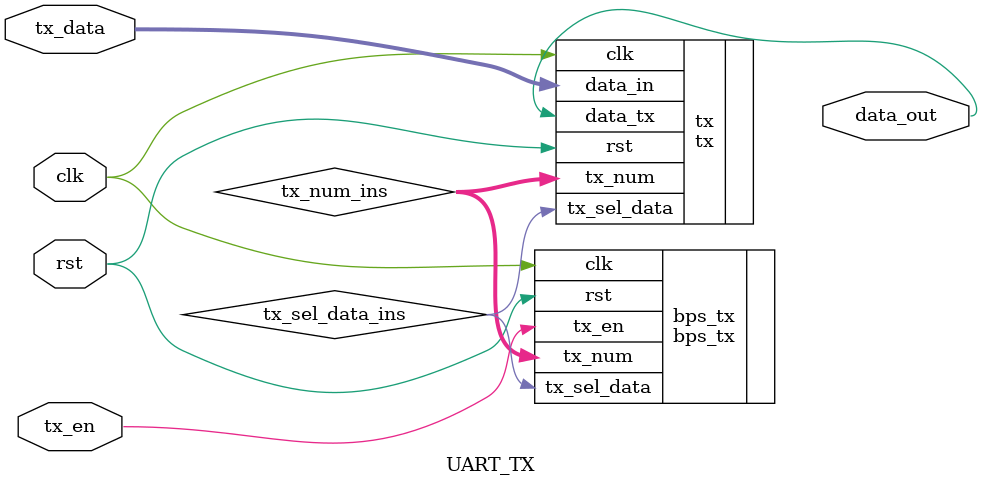
<source format=v>
`timescale 1ns / 1ps
module UART_TX(
    input clk,
    input rst,
    input [7:0] tx_data,
    input tx_en,

    output data_out
    );

    wire tx_sel_data_ins;
    wire [3:0] tx_num_ins;

    bps_tx bps_tx(
    .clk(clk),
    .rst(rst),
    .tx_en(tx_en),

    .tx_sel_data(tx_sel_data_ins),
    .tx_num(tx_num_ins)
    );

    tx tx(
    .clk(clk),
    .rst(rst),
    .tx_num(tx_num_ins),
    .tx_sel_data(tx_sel_data_ins),
    .data_in(tx_data),

    .data_tx(data_out)
    );


endmodule

</source>
